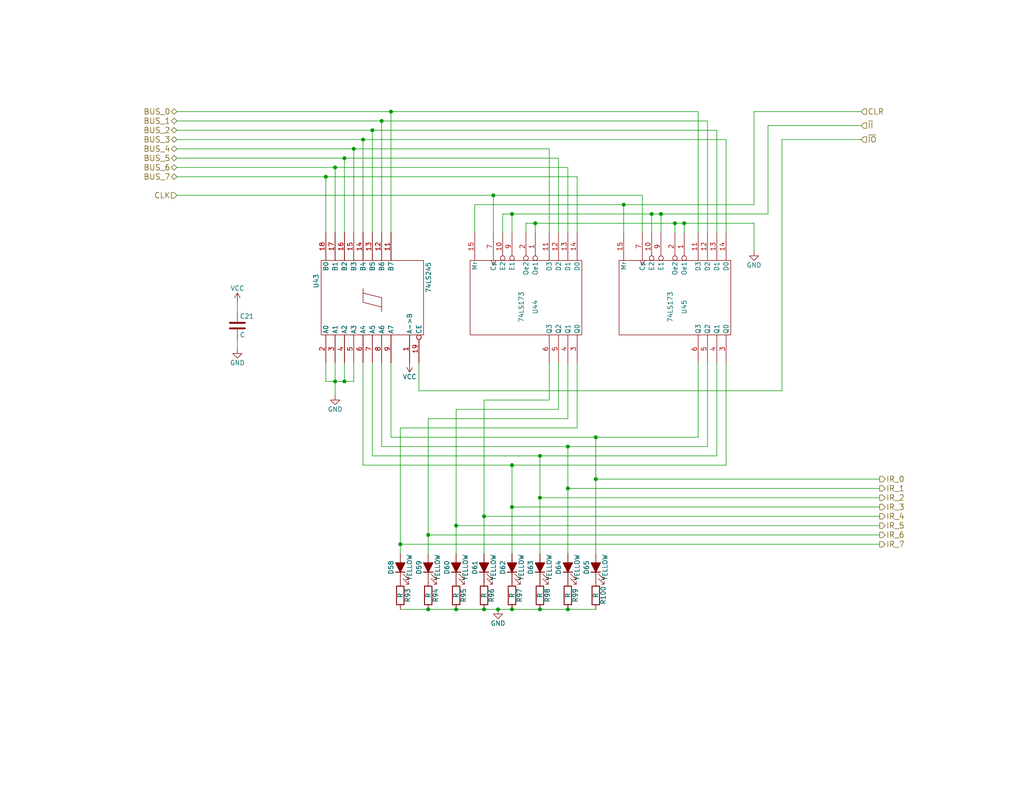
<source format=kicad_sch>
(kicad_sch (version 20211123) (generator eeschema)
  (paper "USLetter")
  (lib_symbols
    (symbol "8bit-computer-rescue:74LS173-8bit-computer-rescue" (pin_names (offset 0.254))
      (property "Reference" "U" (at 2.54 2.54 0))
      (property "Value" "74LS173-8bit-computer-rescue" (at 2.54 -1.27 0))
      (symbol "74LS173-8bit-computer-rescue_0_0"
        (pin power_in line (at -7.62 15.24 90) (length 0) hide (name "VCC") (number "16"))
        (pin power_in line (at -7.62 -15.24 90) (length 0) hide (name "GND") (number "8"))
      )
      (symbol "74LS173-8bit-computer-rescue_0_1"
        (rectangle (start -10.16 15.24) (end 10.16 -15.24))
      )
      (symbol "74LS173-8bit-computer-rescue_1_1"
        (pin input inverted (at -17.78 2.54 0) (length 7.62) (name "Oe1") (number "1"))
        (pin input inverted (at -17.78 -6.35 0) (length 7.62) (name "E2") (number "10"))
        (pin input line (at -17.78 6.35 0) (length 7.62) (name "D3") (number "11"))
        (pin input line (at -17.78 8.89 0) (length 7.62) (name "D2") (number "12"))
        (pin input line (at -17.78 11.43 0) (length 7.62) (name "D1") (number "13"))
        (pin input line (at -17.78 13.97 0) (length 7.62) (name "D0") (number "14"))
        (pin input line (at -17.78 -13.97 0) (length 7.62) (name "Mr") (number "15"))
        (pin input inverted (at -17.78 0 0) (length 7.62) (name "Oe2") (number "2"))
        (pin tri_state line (at 17.78 13.97 180) (length 7.62) (name "Q0") (number "3"))
        (pin tri_state line (at 17.78 11.43 180) (length 7.62) (name "Q1") (number "4"))
        (pin tri_state line (at 17.78 8.89 180) (length 7.62) (name "Q2") (number "5"))
        (pin tri_state line (at 17.78 6.35 180) (length 7.62) (name "Q3") (number "6"))
        (pin input clock (at -17.78 -8.89 0) (length 7.62) (name "Cp") (number "7"))
        (pin input inverted (at -17.78 -3.81 0) (length 7.62) (name "E1") (number "9"))
      )
    )
    (symbol "8bit-computer-rescue:74LS245-8bit-computer-rescue" (pin_names (offset 0.254))
      (property "Reference" "U" (at 2.54 14.605 0))
      (property "Value" "74LS245-8bit-computer-rescue" (at 1.27 -14.605 0))
      (symbol "74LS245-8bit-computer-rescue_0_0"
        (pin power_in line (at 0 -13.97 90) (length 0) hide (name "GND") (number "10"))
        (pin power_in line (at 0 13.97 270) (length 0) hide (name "VCC") (number "20"))
      )
      (symbol "74LS245-8bit-computer-rescue_0_1"
        (rectangle (start -10.16 13.97) (end 10.16 -13.97))
        (polyline (pts (xy 1.27 2.54) (xy 0 -2.54) (xy -2.54 -2.54)))
        (polyline (pts (xy 2.54 2.54) (xy -1.27 2.54) (xy -2.54 -2.54) (xy -3.81 -2.54)))
      )
      (symbol "74LS245-8bit-computer-rescue_1_1"
        (pin input line (at -17.78 -10.16 0) (length 7.62) (name "A->B") (number "1"))
        (pin tri_state line (at 17.78 -5.08 180) (length 7.62) (name "B7") (number "11"))
        (pin tri_state line (at 17.78 -2.54 180) (length 7.62) (name "B6") (number "12"))
        (pin tri_state line (at 17.78 0 180) (length 7.62) (name "B5") (number "13"))
        (pin tri_state line (at 17.78 2.54 180) (length 7.62) (name "B4") (number "14"))
        (pin tri_state line (at 17.78 5.08 180) (length 7.62) (name "B3") (number "15"))
        (pin tri_state line (at 17.78 7.62 180) (length 7.62) (name "B2") (number "16"))
        (pin tri_state line (at 17.78 10.16 180) (length 7.62) (name "B1") (number "17"))
        (pin tri_state line (at 17.78 12.7 180) (length 7.62) (name "B0") (number "18"))
        (pin input inverted (at -17.78 -12.7 0) (length 7.62) (name "CE") (number "19"))
        (pin tri_state line (at -17.78 12.7 0) (length 7.62) (name "A0") (number "2"))
        (pin tri_state line (at -17.78 10.16 0) (length 7.62) (name "A1") (number "3"))
        (pin tri_state line (at -17.78 7.62 0) (length 7.62) (name "A2") (number "4"))
        (pin tri_state line (at -17.78 5.08 0) (length 7.62) (name "A3") (number "5"))
        (pin tri_state line (at -17.78 2.54 0) (length 7.62) (name "A4") (number "6"))
        (pin tri_state line (at -17.78 0 0) (length 7.62) (name "A5") (number "7"))
        (pin tri_state line (at -17.78 -2.54 0) (length 7.62) (name "A6") (number "8"))
        (pin tri_state line (at -17.78 -5.08 0) (length 7.62) (name "A7") (number "9"))
      )
    )
    (symbol "8bit-computer-rescue:LED_ALT-Device" (pin_numbers hide) (pin_names (offset 1.016) hide)
      (property "Reference" "D" (at 0 2.54 0))
      (property "Value" "LED_ALT-Device" (at 0 -2.54 0))
      (symbol "LED_ALT-Device_0_1"
        (polyline (pts (xy -1.27 -1.27) (xy -1.27 1.27)) (stroke (width 0.254)))
        (polyline (pts (xy -1.27 0) (xy 1.27 0)))
        (polyline (pts (xy 1.27 -1.27) (xy 1.27 1.27) (xy -1.27 0) (xy 1.27 -1.27)) (stroke (width 0.254)) (fill (type outline)))
        (polyline (pts (xy -3.048 -0.762) (xy -4.572 -2.286) (xy -3.81 -2.286) (xy -4.572 -2.286) (xy -4.572 -1.524)))
        (polyline (pts (xy -1.778 -0.762) (xy -3.302 -2.286) (xy -2.54 -2.286) (xy -3.302 -2.286) (xy -3.302 -1.524)))
      )
      (symbol "LED_ALT-Device_1_1"
        (pin passive line (at -3.81 0 0) (length 2.54) (name "K") (number "1"))
        (pin passive line (at 3.81 0 180) (length 2.54) (name "A") (number "2"))
      )
    )
    (symbol "Device:C" (pin_numbers hide) (pin_names (offset 0.254))
      (property "Reference" "C" (at 0.635 2.54 0))
      (property "Value" "C" (at 0.635 -2.54 0))
      (symbol "C_0_1"
        (polyline (pts (xy -2.032 -0.762) (xy 2.032 -0.762)) (stroke (width 0.508)))
        (polyline (pts (xy -2.032 0.762) (xy 2.032 0.762)) (stroke (width 0.508)))
      )
      (symbol "C_1_1"
        (pin passive line (at 0 3.81 270) (length 2.794) (name "~") (number "1"))
        (pin passive line (at 0 -3.81 90) (length 2.794) (name "~") (number "2"))
      )
    )
    (symbol "Device:R" (pin_numbers hide) (pin_names (offset 0))
      (property "Reference" "R" (at 2.032 0 90))
      (property "Value" "R" (at 0 0 90))
      (symbol "R_0_1"
        (rectangle (start -1.016 -2.54) (end 1.016 2.54) (stroke (width 0.254)))
      )
      (symbol "R_1_1"
        (pin passive line (at 0 3.81 270) (length 1.27) (name "~") (number "1"))
        (pin passive line (at 0 -3.81 90) (length 1.27) (name "~") (number "2"))
      )
    )
    (symbol "power:GND" (power) (pin_names (offset 0))
      (property "Value" "GND" (at 0 -3.81 0))
      (symbol "GND_0_1"
        (polyline (pts (xy 0 0) (xy 0 -1.27) (xy 1.27 -1.27) (xy 0 -2.54) (xy -1.27 -1.27) (xy 0 -1.27)))
      )
      (symbol "GND_1_1"
        (pin power_in line (at 0 0 270) (length 0) hide (name "GND") (number "1"))
      )
    )
    (symbol "power:VCC" (power) (pin_names (offset 0))
      (property "Value" "VCC" (at 0 3.81 0))
      (symbol "VCC_0_1"
        (polyline (pts (xy -0.762 1.27) (xy 0 2.54)))
        (polyline (pts (xy 0 0) (xy 0 2.54)))
        (polyline (pts (xy 0 2.54) (xy 0.762 1.27)))
      )
      (symbol "VCC_1_1"
        (pin power_in line (at 0 0 90) (length 0) hide (name "VCC") (number "1"))
      )
    )
  )
  (junction (at 146.05 60.96))
  (junction (at 96.52 40.64))
  (junction (at 134.62 53.34))
  (junction (at 93.98 43.18))
  (junction (at 109.22 148.59))
  (junction (at 93.98 104.14))
  (junction (at 147.32 124.46))
  (junction (at 101.6 35.56))
  (junction (at 154.94 133.35))
  (junction (at 91.44 45.72))
  (junction (at 132.08 140.97))
  (junction (at 139.7 138.43))
  (junction (at 177.8 58.42))
  (junction (at 154.94 121.92))
  (junction (at 88.9 48.26))
  (junction (at 162.56 119.38))
  (junction (at 124.46 166.37))
  (junction (at 139.7 127))
  (junction (at 135.89 166.37))
  (junction (at 91.44 104.14))
  (junction (at 139.7 166.37))
  (junction (at 116.84 166.37))
  (junction (at 139.7 58.42))
  (junction (at 104.14 33.02))
  (junction (at 186.69 60.96))
  (junction (at 124.46 143.51))
  (junction (at 180.34 58.42))
  (junction (at 116.84 146.05))
  (junction (at 132.08 166.37))
  (junction (at 99.06 38.1))
  (junction (at 154.94 166.37))
  (junction (at 162.56 130.81))
  (junction (at 147.32 166.37))
  (junction (at 147.32 135.89))
  (junction (at 184.15 60.96))
  (junction (at 170.18 55.88))
  (junction (at 106.68 30.48))
  (wire (pts (xy 209.55 34.29) (xy 209.55 58.42)))
  (wire (pts (xy 48.26 30.48) (xy 106.68 30.48)))
  (wire (pts (xy 152.4 43.18) (xy 152.4 63.5)))
  (wire (pts (xy 139.7 127) (xy 198.12 127)))
  (wire (pts (xy 129.54 63.5) (xy 129.54 55.88)))
  (wire (pts (xy 91.44 104.14) (xy 93.98 104.14)))
  (wire (pts (xy 205.74 30.48) (xy 205.74 55.88)))
  (wire (pts (xy 124.46 111.76) (xy 152.4 111.76)))
  (wire (pts (xy 132.08 109.22) (xy 132.08 140.97)))
  (wire (pts (xy 152.4 111.76) (xy 152.4 99.06)))
  (wire (pts (xy 99.06 38.1) (xy 99.06 63.5)))
  (wire (pts (xy 91.44 99.06) (xy 91.44 104.14)))
  (wire (pts (xy 88.9 48.26) (xy 88.9 63.5)))
  (wire (pts (xy 154.94 133.35) (xy 154.94 151.13)))
  (wire (pts (xy 88.9 104.14) (xy 91.44 104.14)))
  (wire (pts (xy 240.03 140.97) (xy 132.08 140.97)))
  (wire (pts (xy 198.12 38.1) (xy 198.12 63.5)))
  (wire (pts (xy 149.86 40.64) (xy 149.86 63.5)))
  (wire (pts (xy 48.26 53.34) (xy 134.62 53.34)))
  (wire (pts (xy 101.6 35.56) (xy 101.6 63.5)))
  (wire (pts (xy 180.34 58.42) (xy 209.55 58.42)))
  (wire (pts (xy 104.14 121.92) (xy 154.94 121.92)))
  (wire (pts (xy 154.94 114.3) (xy 154.94 99.06)))
  (wire (pts (xy 48.26 35.56) (xy 101.6 35.56)))
  (wire (pts (xy 205.74 30.48) (xy 234.95 30.48)))
  (wire (pts (xy 154.94 166.37) (xy 162.56 166.37)))
  (wire (pts (xy 143.51 63.5) (xy 143.51 60.96)))
  (wire (pts (xy 104.14 33.02) (xy 104.14 63.5)))
  (wire (pts (xy 134.62 53.34) (xy 175.26 53.34)))
  (wire (pts (xy 48.26 43.18) (xy 93.98 43.18)))
  (wire (pts (xy 157.48 116.84) (xy 157.48 99.06)))
  (wire (pts (xy 91.44 45.72) (xy 91.44 63.5)))
  (wire (pts (xy 162.56 119.38) (xy 190.5 119.38)))
  (wire (pts (xy 146.05 60.96) (xy 184.15 60.96)))
  (wire (pts (xy 147.32 124.46) (xy 147.32 135.89)))
  (wire (pts (xy 99.06 38.1) (xy 198.12 38.1)))
  (wire (pts (xy 106.68 99.06) (xy 106.68 119.38)))
  (wire (pts (xy 135.89 166.37) (xy 139.7 166.37)))
  (wire (pts (xy 137.16 63.5) (xy 137.16 58.42)))
  (wire (pts (xy 48.26 38.1) (xy 99.06 38.1)))
  (wire (pts (xy 180.34 58.42) (xy 180.34 63.5)))
  (wire (pts (xy 64.77 82.55) (xy 64.77 85.09)))
  (wire (pts (xy 177.8 58.42) (xy 180.34 58.42)))
  (wire (pts (xy 162.56 119.38) (xy 162.56 130.81)))
  (wire (pts (xy 132.08 166.37) (xy 135.89 166.37)))
  (wire (pts (xy 91.44 104.14) (xy 91.44 107.95)))
  (wire (pts (xy 93.98 43.18) (xy 93.98 63.5)))
  (wire (pts (xy 147.32 135.89) (xy 240.03 135.89)))
  (wire (pts (xy 93.98 43.18) (xy 152.4 43.18)))
  (wire (pts (xy 116.84 166.37) (xy 124.46 166.37)))
  (wire (pts (xy 154.94 45.72) (xy 154.94 63.5)))
  (wire (pts (xy 162.56 130.81) (xy 240.03 130.81)))
  (wire (pts (xy 88.9 48.26) (xy 157.48 48.26)))
  (wire (pts (xy 240.03 146.05) (xy 116.84 146.05)))
  (wire (pts (xy 139.7 138.43) (xy 139.7 151.13)))
  (wire (pts (xy 234.95 38.1) (xy 213.36 38.1)))
  (wire (pts (xy 88.9 99.06) (xy 88.9 104.14)))
  (wire (pts (xy 143.51 60.96) (xy 146.05 60.96)))
  (wire (pts (xy 146.05 60.96) (xy 146.05 63.5)))
  (wire (pts (xy 124.46 111.76) (xy 124.46 143.51)))
  (wire (pts (xy 104.14 33.02) (xy 193.04 33.02)))
  (wire (pts (xy 129.54 55.88) (xy 170.18 55.88)))
  (wire (pts (xy 106.68 30.48) (xy 106.68 63.5)))
  (wire (pts (xy 109.22 116.84) (xy 109.22 148.59)))
  (wire (pts (xy 190.5 119.38) (xy 190.5 99.06)))
  (wire (pts (xy 137.16 58.42) (xy 139.7 58.42)))
  (wire (pts (xy 101.6 124.46) (xy 147.32 124.46)))
  (wire (pts (xy 149.86 109.22) (xy 149.86 99.06)))
  (wire (pts (xy 116.84 146.05) (xy 116.84 151.13)))
  (wire (pts (xy 106.68 119.38) (xy 162.56 119.38)))
  (wire (pts (xy 154.94 133.35) (xy 240.03 133.35)))
  (wire (pts (xy 139.7 127) (xy 139.7 138.43)))
  (wire (pts (xy 48.26 33.02) (xy 104.14 33.02)))
  (wire (pts (xy 147.32 135.89) (xy 147.32 151.13)))
  (wire (pts (xy 139.7 58.42) (xy 177.8 58.42)))
  (wire (pts (xy 48.26 48.26) (xy 88.9 48.26)))
  (wire (pts (xy 186.69 60.96) (xy 186.69 63.5)))
  (wire (pts (xy 116.84 114.3) (xy 154.94 114.3)))
  (wire (pts (xy 205.74 60.96) (xy 205.74 68.58)))
  (wire (pts (xy 101.6 99.06) (xy 101.6 124.46)))
  (wire (pts (xy 96.52 104.14) (xy 96.52 99.06)))
  (wire (pts (xy 109.22 148.59) (xy 109.22 151.13)))
  (wire (pts (xy 132.08 140.97) (xy 132.08 151.13)))
  (wire (pts (xy 101.6 35.56) (xy 195.58 35.56)))
  (wire (pts (xy 193.04 33.02) (xy 193.04 63.5)))
  (wire (pts (xy 147.32 166.37) (xy 154.94 166.37)))
  (wire (pts (xy 109.22 116.84) (xy 157.48 116.84)))
  (wire (pts (xy 132.08 109.22) (xy 149.86 109.22)))
  (wire (pts (xy 93.98 104.14) (xy 96.52 104.14)))
  (wire (pts (xy 114.3 106.68) (xy 213.36 106.68)))
  (wire (pts (xy 109.22 166.37) (xy 116.84 166.37)))
  (wire (pts (xy 186.69 60.96) (xy 205.74 60.96)))
  (wire (pts (xy 96.52 63.5) (xy 96.52 40.64)))
  (wire (pts (xy 195.58 124.46) (xy 195.58 99.06)))
  (wire (pts (xy 147.32 124.46) (xy 195.58 124.46)))
  (wire (pts (xy 157.48 48.26) (xy 157.48 63.5)))
  (wire (pts (xy 170.18 55.88) (xy 170.18 63.5)))
  (wire (pts (xy 190.5 30.48) (xy 190.5 63.5)))
  (wire (pts (xy 234.95 34.29) (xy 209.55 34.29)))
  (wire (pts (xy 116.84 114.3) (xy 116.84 146.05)))
  (wire (pts (xy 240.03 148.59) (xy 109.22 148.59)))
  (wire (pts (xy 64.77 92.71) (xy 64.77 95.25)))
  (wire (pts (xy 99.06 99.06) (xy 99.06 127)))
  (wire (pts (xy 177.8 58.42) (xy 177.8 63.5)))
  (wire (pts (xy 184.15 60.96) (xy 184.15 63.5)))
  (wire (pts (xy 124.46 143.51) (xy 124.46 151.13)))
  (wire (pts (xy 139.7 166.37) (xy 147.32 166.37)))
  (wire (pts (xy 162.56 130.81) (xy 162.56 151.13)))
  (wire (pts (xy 139.7 138.43) (xy 240.03 138.43)))
  (wire (pts (xy 114.3 99.06) (xy 114.3 106.68)))
  (wire (pts (xy 139.7 58.42) (xy 139.7 63.5)))
  (wire (pts (xy 193.04 121.92) (xy 193.04 99.06)))
  (wire (pts (xy 195.58 35.56) (xy 195.58 63.5)))
  (wire (pts (xy 184.15 60.96) (xy 186.69 60.96)))
  (wire (pts (xy 175.26 53.34) (xy 175.26 63.5)))
  (wire (pts (xy 170.18 55.88) (xy 205.74 55.88)))
  (wire (pts (xy 48.26 40.64) (xy 96.52 40.64)))
  (wire (pts (xy 91.44 45.72) (xy 154.94 45.72)))
  (wire (pts (xy 104.14 99.06) (xy 104.14 121.92)))
  (wire (pts (xy 99.06 127) (xy 139.7 127)))
  (wire (pts (xy 106.68 30.48) (xy 190.5 30.48)))
  (wire (pts (xy 124.46 166.37) (xy 132.08 166.37)))
  (wire (pts (xy 93.98 99.06) (xy 93.98 104.14)))
  (wire (pts (xy 154.94 121.92) (xy 193.04 121.92)))
  (wire (pts (xy 96.52 40.64) (xy 149.86 40.64)))
  (wire (pts (xy 134.62 53.34) (xy 134.62 63.5)))
  (wire (pts (xy 48.26 45.72) (xy 91.44 45.72)))
  (wire (pts (xy 154.94 121.92) (xy 154.94 133.35)))
  (wire (pts (xy 240.03 143.51) (xy 124.46 143.51)))
  (wire (pts (xy 198.12 127) (xy 198.12 99.06)))
  (wire (pts (xy 213.36 38.1) (xy 213.36 106.68)))
  (hierarchical_label "IR_0" (shape output) (at 240.03 130.81 0) (effects (font (size 1.524 1.524))))
  (hierarchical_label "IR_1" (shape output) (at 240.03 133.35 0) (effects (font (size 1.524 1.524))))
  (hierarchical_label "IR_7" (shape output) (at 240.03 148.59 0) (effects (font (size 1.524 1.524))))
  (hierarchical_label "CLK" (shape input) (at 48.26 53.34 180) (effects (font (size 1.524 1.524))))
  (hierarchical_label "BUS_1" (shape bidirectional) (at 48.26 33.02 180) (effects (font (size 1.524 1.524))))
  (hierarchical_label "BUS_3" (shape bidirectional) (at 48.26 38.1 180) (effects (font (size 1.524 1.524))))
  (hierarchical_label "IR_2" (shape output) (at 240.03 135.89 0) (effects (font (size 1.524 1.524))))
  (hierarchical_label "BUS_2" (shape bidirectional) (at 48.26 35.56 180) (effects (font (size 1.524 1.524))))
  (hierarchical_label "CLR" (shape input) (at 234.95 30.48 0) (effects (font (size 1.524 1.524))))
  (hierarchical_label "BUS_5" (shape bidirectional) (at 48.26 43.18 180) (effects (font (size 1.524 1.524))))
  (hierarchical_label "BUS_4" (shape bidirectional) (at 48.26 40.64 180) (effects (font (size 1.524 1.524))))
  (hierarchical_label "~{IO}" (shape input) (at 234.95 38.1 0) (effects (font (size 1.524 1.524))))
  (hierarchical_label "IR_5" (shape output) (at 240.03 143.51 0) (effects (font (size 1.524 1.524))))
  (hierarchical_label "IR_6" (shape output) (at 240.03 146.05 0) (effects (font (size 1.524 1.524))))
  (hierarchical_label "IR_3" (shape output) (at 240.03 138.43 0) (effects (font (size 1.524 1.524))))
  (hierarchical_label "BUS_0" (shape bidirectional) (at 48.26 30.48 180) (effects (font (size 1.524 1.524))))
  (hierarchical_label "BUS_7" (shape bidirectional) (at 48.26 48.26 180) (effects (font (size 1.524 1.524))))
  (hierarchical_label "~{II}" (shape input) (at 234.95 34.29 0) (effects (font (size 1.524 1.524))))
  (hierarchical_label "BUS_6" (shape bidirectional) (at 48.26 45.72 180) (effects (font (size 1.524 1.524))))
  (hierarchical_label "IR_4" (shape output) (at 240.03 140.97 0) (effects (font (size 1.524 1.524))))
  (symbol (lib_id "8bit-computer-rescue:LED_ALT-Device") (at 139.7 154.94 90) (unit 1)
    (property "Reference" "D62" (at 137.16 154.94 0))
    (property "Value" "YELLOW" (at 142.24 154.94 0))
    (property "Footprint" "LED_THT:LED_D5.0mm" (effects hide))
  )
  (symbol (lib_id "8bit-computer-rescue:LED_ALT-Device") (at 147.32 154.94 90) (unit 1)
    (property "Reference" "D63" (at 144.78 154.94 0))
    (property "Value" "YELLOW" (at 149.86 154.94 0))
    (property "Footprint" "LED_THT:LED_D5.0mm" (effects hide))
  )
  (symbol (lib_id "Device:R") (at 139.7 162.56 0) (unit 1)
    (property "Reference" "R97" (at 141.732 162.56 90))
    (property "Value" "R" (at 139.7 162.56 90))
    (property "Footprint" "Resistor_THT:R_Axial_DIN0207_L6.3mm_D2.5mm_P7.62mm_Horizontal" (effects hide))
  )
  (symbol (lib_id "power:GND") (at 91.44 107.95 0) (unit 1)
    (property "Reference" "#PWR0128" (effects hide))
    (property "Value" "GND" (at 91.44 111.76 0))
  )
  (symbol (lib_id "8bit-computer-rescue:74LS173-8bit-computer-rescue") (at 143.51 81.28 270) (unit 1)
    (property "Reference" "U44" (at 146.05 83.82 0))
    (property "Value" "74LS173" (at 142.24 83.82 0))
    (property "Footprint" "Package_DIP:DIP-16_W7.62mm" (effects hide))
  )
  (symbol (lib_id "8bit-computer-rescue:74LS173-8bit-computer-rescue") (at 184.15 81.28 270) (unit 1)
    (property "Reference" "U45" (at 186.69 83.82 0))
    (property "Value" "74LS173" (at 182.88 83.82 0))
    (property "Footprint" "Package_DIP:DIP-16_W7.62mm" (effects hide))
  )
  (symbol (lib_id "8bit-computer-rescue:74LS245-8bit-computer-rescue") (at 101.6 81.28 90) (unit 1)
    (property "Reference" "U43" (at 86.995 78.74 0) (effects (justify left bottom)))
    (property "Value" "74LS245" (at 116.205 80.01 0) (effects (justify left top)))
    (property "Footprint" "Package_DIP:DIP-20_W7.62mm" (effects hide))
  )
  (symbol (lib_id "8bit-computer-rescue:LED_ALT-Device") (at 154.94 154.94 90) (unit 1)
    (property "Reference" "D64" (at 152.4 154.94 0))
    (property "Value" "YELLOW" (at 157.48 154.94 0))
    (property "Footprint" "LED_THT:LED_D5.0mm" (effects hide))
  )
  (symbol (lib_id "8bit-computer-rescue:LED_ALT-Device") (at 162.56 154.94 90) (unit 1)
    (property "Reference" "D65" (at 160.02 154.94 0))
    (property "Value" "YELLOW" (at 165.1 154.94 0))
    (property "Footprint" "LED_THT:LED_D5.0mm" (effects hide))
  )
  (symbol (lib_id "Device:R") (at 109.22 162.56 0) (unit 1)
    (property "Reference" "R93" (at 111.252 162.56 90))
    (property "Value" "R" (at 109.22 162.56 90))
    (property "Footprint" "Resistor_THT:R_Axial_DIN0207_L6.3mm_D2.5mm_P7.62mm_Horizontal" (effects hide))
  )
  (symbol (lib_id "Device:R") (at 116.84 162.56 0) (unit 1)
    (property "Reference" "R94" (at 118.872 162.56 90))
    (property "Value" "R" (at 116.84 162.56 90))
    (property "Footprint" "Resistor_THT:R_Axial_DIN0207_L6.3mm_D2.5mm_P7.62mm_Horizontal" (effects hide))
  )
  (symbol (lib_id "Device:R") (at 124.46 162.56 0) (unit 1)
    (property "Reference" "R95" (at 126.492 162.56 90))
    (property "Value" "R" (at 124.46 162.56 90))
    (property "Footprint" "Resistor_THT:R_Axial_DIN0207_L6.3mm_D2.5mm_P7.62mm_Horizontal" (effects hide))
  )
  (symbol (lib_id "Device:R") (at 132.08 162.56 0) (unit 1)
    (property "Reference" "R96" (at 134.112 162.56 90))
    (property "Value" "R" (at 132.08 162.56 90))
    (property "Footprint" "Resistor_THT:R_Axial_DIN0207_L6.3mm_D2.5mm_P7.62mm_Horizontal" (effects hide))
  )
  (symbol (lib_id "Device:R") (at 147.32 162.56 0) (unit 1)
    (property "Reference" "R98" (at 149.352 162.56 90))
    (property "Value" "R" (at 147.32 162.56 90))
    (property "Footprint" "Resistor_THT:R_Axial_DIN0207_L6.3mm_D2.5mm_P7.62mm_Horizontal" (effects hide))
  )
  (symbol (lib_id "Device:R") (at 154.94 162.56 0) (unit 1)
    (property "Reference" "R99" (at 156.972 162.56 90))
    (property "Value" "R" (at 154.94 162.56 90))
    (property "Footprint" "Resistor_THT:R_Axial_DIN0207_L6.3mm_D2.5mm_P7.62mm_Horizontal" (effects hide))
  )
  (symbol (lib_id "Device:R") (at 162.56 162.56 0) (unit 1)
    (property "Reference" "R100" (at 164.592 162.56 90))
    (property "Value" "R" (at 162.56 162.56 90))
    (property "Footprint" "Resistor_THT:R_Axial_DIN0207_L6.3mm_D2.5mm_P7.62mm_Horizontal" (effects hide))
  )
  (symbol (lib_id "power:GND") (at 135.89 166.37 0) (unit 1)
    (property "Reference" "#PWR0130" (effects hide))
    (property "Value" "GND" (at 135.89 170.18 0))
  )
  (symbol (lib_id "power:VCC") (at 111.76 99.06 180) (unit 1)
    (property "Reference" "#PWR0129" (effects hide))
    (property "Value" "VCC" (at 111.76 102.87 0))
  )
  (symbol (lib_id "power:GND") (at 205.74 68.58 0) (unit 1)
    (property "Reference" "#PWR0131" (effects hide))
    (property "Value" "GND" (at 205.74 72.39 0))
  )
  (symbol (lib_id "Device:C") (at 64.77 88.9 0) (unit 1)
    (property "Reference" "C21" (at 65.405 86.36 0) (effects (justify left)))
    (property "Value" "C" (at 65.405 91.44 0) (effects (justify left)))
    (property "Footprint" "Capacitor_THT:C_Disc_D4.3mm_W1.9mm_P5.00mm" (effects hide))
  )
  (symbol (lib_id "power:GND") (at 64.77 95.25 0) (unit 1)
    (property "Reference" "#PWR0127" (effects hide))
    (property "Value" "GND" (at 64.77 99.06 0))
  )
  (symbol (lib_id "power:VCC") (at 64.77 82.55 0) (unit 1)
    (property "Reference" "#PWR0126" (effects hide))
    (property "Value" "VCC" (at 64.77 78.74 0))
  )
  (symbol (lib_id "8bit-computer-rescue:LED_ALT-Device") (at 109.22 154.94 90) (unit 1)
    (property "Reference" "D58" (at 106.68 154.94 0))
    (property "Value" "YELLOW" (at 111.76 154.94 0))
    (property "Footprint" "LED_THT:LED_D5.0mm" (effects hide))
  )
  (symbol (lib_id "8bit-computer-rescue:LED_ALT-Device") (at 116.84 154.94 90) (unit 1)
    (property "Reference" "D59" (at 114.3 154.94 0))
    (property "Value" "YELLOW" (at 119.38 154.94 0))
    (property "Footprint" "LED_THT:LED_D5.0mm" (effects hide))
  )
  (symbol (lib_id "8bit-computer-rescue:LED_ALT-Device") (at 124.46 154.94 90) (unit 1)
    (property "Reference" "D60" (at 121.92 154.94 0))
    (property "Value" "YELLOW" (at 127 154.94 0))
    (property "Footprint" "LED_THT:LED_D5.0mm" (effects hide))
  )
  (symbol (lib_id "8bit-computer-rescue:LED_ALT-Device") (at 132.08 154.94 90) (unit 1)
    (property "Reference" "D61" (at 129.54 154.94 0))
    (property "Value" "YELLOW" (at 134.62 154.94 0))
    (property "Footprint" "LED_THT:LED_D5.0mm" (effects hide))
  )
)
</source>
